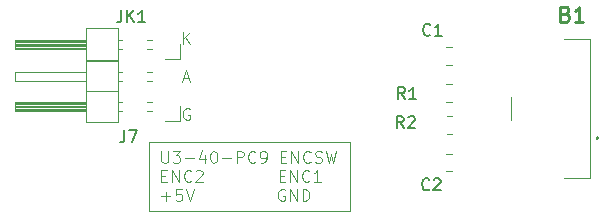
<source format=gbr>
%TF.GenerationSoftware,KiCad,Pcbnew,9.0.5*%
%TF.CreationDate,2025-10-23T12:45:05+01:00*%
%TF.ProjectId,Rotary Encoder,526f7461-7279-4204-956e-636f6465722e,rev?*%
%TF.SameCoordinates,Original*%
%TF.FileFunction,Legend,Top*%
%TF.FilePolarity,Positive*%
%FSLAX46Y46*%
G04 Gerber Fmt 4.6, Leading zero omitted, Abs format (unit mm)*
G04 Created by KiCad (PCBNEW 9.0.5) date 2025-10-23 12:45:05*
%MOMM*%
%LPD*%
G01*
G04 APERTURE LIST*
%ADD10C,0.100000*%
%ADD11C,0.150000*%
%ADD12C,0.254000*%
%ADD13C,0.120000*%
%ADD14C,0.200000*%
G04 APERTURE END LIST*
D10*
X117307484Y-112157243D02*
X117307484Y-111157243D01*
X117878912Y-112157243D02*
X117450341Y-111585814D01*
X117878912Y-111157243D02*
X117307484Y-111728671D01*
X117259865Y-115091416D02*
X117736055Y-115091416D01*
X117164627Y-115377131D02*
X117497960Y-114377131D01*
X117497960Y-114377131D02*
X117831293Y-115377131D01*
X117831293Y-117644638D02*
X117736055Y-117597019D01*
X117736055Y-117597019D02*
X117593198Y-117597019D01*
X117593198Y-117597019D02*
X117450341Y-117644638D01*
X117450341Y-117644638D02*
X117355103Y-117739876D01*
X117355103Y-117739876D02*
X117307484Y-117835114D01*
X117307484Y-117835114D02*
X117259865Y-118025590D01*
X117259865Y-118025590D02*
X117259865Y-118168447D01*
X117259865Y-118168447D02*
X117307484Y-118358923D01*
X117307484Y-118358923D02*
X117355103Y-118454161D01*
X117355103Y-118454161D02*
X117450341Y-118549400D01*
X117450341Y-118549400D02*
X117593198Y-118597019D01*
X117593198Y-118597019D02*
X117688436Y-118597019D01*
X117688436Y-118597019D02*
X117831293Y-118549400D01*
X117831293Y-118549400D02*
X117878912Y-118501780D01*
X117878912Y-118501780D02*
X117878912Y-118168447D01*
X117878912Y-118168447D02*
X117688436Y-118168447D01*
X115455484Y-121239219D02*
X115455484Y-122048742D01*
X115455484Y-122048742D02*
X115503103Y-122143980D01*
X115503103Y-122143980D02*
X115550722Y-122191600D01*
X115550722Y-122191600D02*
X115645960Y-122239219D01*
X115645960Y-122239219D02*
X115836436Y-122239219D01*
X115836436Y-122239219D02*
X115931674Y-122191600D01*
X115931674Y-122191600D02*
X115979293Y-122143980D01*
X115979293Y-122143980D02*
X116026912Y-122048742D01*
X116026912Y-122048742D02*
X116026912Y-121239219D01*
X116407865Y-121239219D02*
X117026912Y-121239219D01*
X117026912Y-121239219D02*
X116693579Y-121620171D01*
X116693579Y-121620171D02*
X116836436Y-121620171D01*
X116836436Y-121620171D02*
X116931674Y-121667790D01*
X116931674Y-121667790D02*
X116979293Y-121715409D01*
X116979293Y-121715409D02*
X117026912Y-121810647D01*
X117026912Y-121810647D02*
X117026912Y-122048742D01*
X117026912Y-122048742D02*
X116979293Y-122143980D01*
X116979293Y-122143980D02*
X116931674Y-122191600D01*
X116931674Y-122191600D02*
X116836436Y-122239219D01*
X116836436Y-122239219D02*
X116550722Y-122239219D01*
X116550722Y-122239219D02*
X116455484Y-122191600D01*
X116455484Y-122191600D02*
X116407865Y-122143980D01*
X117455484Y-121858266D02*
X118217389Y-121858266D01*
X119122150Y-121572552D02*
X119122150Y-122239219D01*
X118884055Y-121191600D02*
X118645960Y-121905885D01*
X118645960Y-121905885D02*
X119265007Y-121905885D01*
X119836436Y-121239219D02*
X119931674Y-121239219D01*
X119931674Y-121239219D02*
X120026912Y-121286838D01*
X120026912Y-121286838D02*
X120074531Y-121334457D01*
X120074531Y-121334457D02*
X120122150Y-121429695D01*
X120122150Y-121429695D02*
X120169769Y-121620171D01*
X120169769Y-121620171D02*
X120169769Y-121858266D01*
X120169769Y-121858266D02*
X120122150Y-122048742D01*
X120122150Y-122048742D02*
X120074531Y-122143980D01*
X120074531Y-122143980D02*
X120026912Y-122191600D01*
X120026912Y-122191600D02*
X119931674Y-122239219D01*
X119931674Y-122239219D02*
X119836436Y-122239219D01*
X119836436Y-122239219D02*
X119741198Y-122191600D01*
X119741198Y-122191600D02*
X119693579Y-122143980D01*
X119693579Y-122143980D02*
X119645960Y-122048742D01*
X119645960Y-122048742D02*
X119598341Y-121858266D01*
X119598341Y-121858266D02*
X119598341Y-121620171D01*
X119598341Y-121620171D02*
X119645960Y-121429695D01*
X119645960Y-121429695D02*
X119693579Y-121334457D01*
X119693579Y-121334457D02*
X119741198Y-121286838D01*
X119741198Y-121286838D02*
X119836436Y-121239219D01*
X120598341Y-121858266D02*
X121360246Y-121858266D01*
X121836436Y-122239219D02*
X121836436Y-121239219D01*
X121836436Y-121239219D02*
X122217388Y-121239219D01*
X122217388Y-121239219D02*
X122312626Y-121286838D01*
X122312626Y-121286838D02*
X122360245Y-121334457D01*
X122360245Y-121334457D02*
X122407864Y-121429695D01*
X122407864Y-121429695D02*
X122407864Y-121572552D01*
X122407864Y-121572552D02*
X122360245Y-121667790D01*
X122360245Y-121667790D02*
X122312626Y-121715409D01*
X122312626Y-121715409D02*
X122217388Y-121763028D01*
X122217388Y-121763028D02*
X121836436Y-121763028D01*
X123407864Y-122143980D02*
X123360245Y-122191600D01*
X123360245Y-122191600D02*
X123217388Y-122239219D01*
X123217388Y-122239219D02*
X123122150Y-122239219D01*
X123122150Y-122239219D02*
X122979293Y-122191600D01*
X122979293Y-122191600D02*
X122884055Y-122096361D01*
X122884055Y-122096361D02*
X122836436Y-122001123D01*
X122836436Y-122001123D02*
X122788817Y-121810647D01*
X122788817Y-121810647D02*
X122788817Y-121667790D01*
X122788817Y-121667790D02*
X122836436Y-121477314D01*
X122836436Y-121477314D02*
X122884055Y-121382076D01*
X122884055Y-121382076D02*
X122979293Y-121286838D01*
X122979293Y-121286838D02*
X123122150Y-121239219D01*
X123122150Y-121239219D02*
X123217388Y-121239219D01*
X123217388Y-121239219D02*
X123360245Y-121286838D01*
X123360245Y-121286838D02*
X123407864Y-121334457D01*
X123884055Y-122239219D02*
X124074531Y-122239219D01*
X124074531Y-122239219D02*
X124169769Y-122191600D01*
X124169769Y-122191600D02*
X124217388Y-122143980D01*
X124217388Y-122143980D02*
X124312626Y-122001123D01*
X124312626Y-122001123D02*
X124360245Y-121810647D01*
X124360245Y-121810647D02*
X124360245Y-121429695D01*
X124360245Y-121429695D02*
X124312626Y-121334457D01*
X124312626Y-121334457D02*
X124265007Y-121286838D01*
X124265007Y-121286838D02*
X124169769Y-121239219D01*
X124169769Y-121239219D02*
X123979293Y-121239219D01*
X123979293Y-121239219D02*
X123884055Y-121286838D01*
X123884055Y-121286838D02*
X123836436Y-121334457D01*
X123836436Y-121334457D02*
X123788817Y-121429695D01*
X123788817Y-121429695D02*
X123788817Y-121667790D01*
X123788817Y-121667790D02*
X123836436Y-121763028D01*
X123836436Y-121763028D02*
X123884055Y-121810647D01*
X123884055Y-121810647D02*
X123979293Y-121858266D01*
X123979293Y-121858266D02*
X124169769Y-121858266D01*
X124169769Y-121858266D02*
X124265007Y-121810647D01*
X124265007Y-121810647D02*
X124312626Y-121763028D01*
X124312626Y-121763028D02*
X124360245Y-121667790D01*
X125550722Y-121715409D02*
X125884055Y-121715409D01*
X126026912Y-122239219D02*
X125550722Y-122239219D01*
X125550722Y-122239219D02*
X125550722Y-121239219D01*
X125550722Y-121239219D02*
X126026912Y-121239219D01*
X126455484Y-122239219D02*
X126455484Y-121239219D01*
X126455484Y-121239219D02*
X127026912Y-122239219D01*
X127026912Y-122239219D02*
X127026912Y-121239219D01*
X128074531Y-122143980D02*
X128026912Y-122191600D01*
X128026912Y-122191600D02*
X127884055Y-122239219D01*
X127884055Y-122239219D02*
X127788817Y-122239219D01*
X127788817Y-122239219D02*
X127645960Y-122191600D01*
X127645960Y-122191600D02*
X127550722Y-122096361D01*
X127550722Y-122096361D02*
X127503103Y-122001123D01*
X127503103Y-122001123D02*
X127455484Y-121810647D01*
X127455484Y-121810647D02*
X127455484Y-121667790D01*
X127455484Y-121667790D02*
X127503103Y-121477314D01*
X127503103Y-121477314D02*
X127550722Y-121382076D01*
X127550722Y-121382076D02*
X127645960Y-121286838D01*
X127645960Y-121286838D02*
X127788817Y-121239219D01*
X127788817Y-121239219D02*
X127884055Y-121239219D01*
X127884055Y-121239219D02*
X128026912Y-121286838D01*
X128026912Y-121286838D02*
X128074531Y-121334457D01*
X128455484Y-122191600D02*
X128598341Y-122239219D01*
X128598341Y-122239219D02*
X128836436Y-122239219D01*
X128836436Y-122239219D02*
X128931674Y-122191600D01*
X128931674Y-122191600D02*
X128979293Y-122143980D01*
X128979293Y-122143980D02*
X129026912Y-122048742D01*
X129026912Y-122048742D02*
X129026912Y-121953504D01*
X129026912Y-121953504D02*
X128979293Y-121858266D01*
X128979293Y-121858266D02*
X128931674Y-121810647D01*
X128931674Y-121810647D02*
X128836436Y-121763028D01*
X128836436Y-121763028D02*
X128645960Y-121715409D01*
X128645960Y-121715409D02*
X128550722Y-121667790D01*
X128550722Y-121667790D02*
X128503103Y-121620171D01*
X128503103Y-121620171D02*
X128455484Y-121524933D01*
X128455484Y-121524933D02*
X128455484Y-121429695D01*
X128455484Y-121429695D02*
X128503103Y-121334457D01*
X128503103Y-121334457D02*
X128550722Y-121286838D01*
X128550722Y-121286838D02*
X128645960Y-121239219D01*
X128645960Y-121239219D02*
X128884055Y-121239219D01*
X128884055Y-121239219D02*
X129026912Y-121286838D01*
X129360246Y-121239219D02*
X129598341Y-122239219D01*
X129598341Y-122239219D02*
X129788817Y-121524933D01*
X129788817Y-121524933D02*
X129979293Y-122239219D01*
X129979293Y-122239219D02*
X130217389Y-121239219D01*
X115455484Y-123325353D02*
X115788817Y-123325353D01*
X115931674Y-123849163D02*
X115455484Y-123849163D01*
X115455484Y-123849163D02*
X115455484Y-122849163D01*
X115455484Y-122849163D02*
X115931674Y-122849163D01*
X116360246Y-123849163D02*
X116360246Y-122849163D01*
X116360246Y-122849163D02*
X116931674Y-123849163D01*
X116931674Y-123849163D02*
X116931674Y-122849163D01*
X117979293Y-123753924D02*
X117931674Y-123801544D01*
X117931674Y-123801544D02*
X117788817Y-123849163D01*
X117788817Y-123849163D02*
X117693579Y-123849163D01*
X117693579Y-123849163D02*
X117550722Y-123801544D01*
X117550722Y-123801544D02*
X117455484Y-123706305D01*
X117455484Y-123706305D02*
X117407865Y-123611067D01*
X117407865Y-123611067D02*
X117360246Y-123420591D01*
X117360246Y-123420591D02*
X117360246Y-123277734D01*
X117360246Y-123277734D02*
X117407865Y-123087258D01*
X117407865Y-123087258D02*
X117455484Y-122992020D01*
X117455484Y-122992020D02*
X117550722Y-122896782D01*
X117550722Y-122896782D02*
X117693579Y-122849163D01*
X117693579Y-122849163D02*
X117788817Y-122849163D01*
X117788817Y-122849163D02*
X117931674Y-122896782D01*
X117931674Y-122896782D02*
X117979293Y-122944401D01*
X118360246Y-122944401D02*
X118407865Y-122896782D01*
X118407865Y-122896782D02*
X118503103Y-122849163D01*
X118503103Y-122849163D02*
X118741198Y-122849163D01*
X118741198Y-122849163D02*
X118836436Y-122896782D01*
X118836436Y-122896782D02*
X118884055Y-122944401D01*
X118884055Y-122944401D02*
X118931674Y-123039639D01*
X118931674Y-123039639D02*
X118931674Y-123134877D01*
X118931674Y-123134877D02*
X118884055Y-123277734D01*
X118884055Y-123277734D02*
X118312627Y-123849163D01*
X118312627Y-123849163D02*
X118931674Y-123849163D01*
X125455486Y-123325353D02*
X125788819Y-123325353D01*
X125931676Y-123849163D02*
X125455486Y-123849163D01*
X125455486Y-123849163D02*
X125455486Y-122849163D01*
X125455486Y-122849163D02*
X125931676Y-122849163D01*
X126360248Y-123849163D02*
X126360248Y-122849163D01*
X126360248Y-122849163D02*
X126931676Y-123849163D01*
X126931676Y-123849163D02*
X126931676Y-122849163D01*
X127979295Y-123753924D02*
X127931676Y-123801544D01*
X127931676Y-123801544D02*
X127788819Y-123849163D01*
X127788819Y-123849163D02*
X127693581Y-123849163D01*
X127693581Y-123849163D02*
X127550724Y-123801544D01*
X127550724Y-123801544D02*
X127455486Y-123706305D01*
X127455486Y-123706305D02*
X127407867Y-123611067D01*
X127407867Y-123611067D02*
X127360248Y-123420591D01*
X127360248Y-123420591D02*
X127360248Y-123277734D01*
X127360248Y-123277734D02*
X127407867Y-123087258D01*
X127407867Y-123087258D02*
X127455486Y-122992020D01*
X127455486Y-122992020D02*
X127550724Y-122896782D01*
X127550724Y-122896782D02*
X127693581Y-122849163D01*
X127693581Y-122849163D02*
X127788819Y-122849163D01*
X127788819Y-122849163D02*
X127931676Y-122896782D01*
X127931676Y-122896782D02*
X127979295Y-122944401D01*
X128931676Y-123849163D02*
X128360248Y-123849163D01*
X128645962Y-123849163D02*
X128645962Y-122849163D01*
X128645962Y-122849163D02*
X128550724Y-122992020D01*
X128550724Y-122992020D02*
X128455486Y-123087258D01*
X128455486Y-123087258D02*
X128360248Y-123134877D01*
X115455484Y-125078154D02*
X116217389Y-125078154D01*
X115836436Y-125459107D02*
X115836436Y-124697202D01*
X117169769Y-124459107D02*
X116693579Y-124459107D01*
X116693579Y-124459107D02*
X116645960Y-124935297D01*
X116645960Y-124935297D02*
X116693579Y-124887678D01*
X116693579Y-124887678D02*
X116788817Y-124840059D01*
X116788817Y-124840059D02*
X117026912Y-124840059D01*
X117026912Y-124840059D02*
X117122150Y-124887678D01*
X117122150Y-124887678D02*
X117169769Y-124935297D01*
X117169769Y-124935297D02*
X117217388Y-125030535D01*
X117217388Y-125030535D02*
X117217388Y-125268630D01*
X117217388Y-125268630D02*
X117169769Y-125363868D01*
X117169769Y-125363868D02*
X117122150Y-125411488D01*
X117122150Y-125411488D02*
X117026912Y-125459107D01*
X117026912Y-125459107D02*
X116788817Y-125459107D01*
X116788817Y-125459107D02*
X116693579Y-125411488D01*
X116693579Y-125411488D02*
X116645960Y-125363868D01*
X117503103Y-124459107D02*
X117836436Y-125459107D01*
X117836436Y-125459107D02*
X118169769Y-124459107D01*
X125884057Y-124506726D02*
X125788819Y-124459107D01*
X125788819Y-124459107D02*
X125645962Y-124459107D01*
X125645962Y-124459107D02*
X125503105Y-124506726D01*
X125503105Y-124506726D02*
X125407867Y-124601964D01*
X125407867Y-124601964D02*
X125360248Y-124697202D01*
X125360248Y-124697202D02*
X125312629Y-124887678D01*
X125312629Y-124887678D02*
X125312629Y-125030535D01*
X125312629Y-125030535D02*
X125360248Y-125221011D01*
X125360248Y-125221011D02*
X125407867Y-125316249D01*
X125407867Y-125316249D02*
X125503105Y-125411488D01*
X125503105Y-125411488D02*
X125645962Y-125459107D01*
X125645962Y-125459107D02*
X125741200Y-125459107D01*
X125741200Y-125459107D02*
X125884057Y-125411488D01*
X125884057Y-125411488D02*
X125931676Y-125363868D01*
X125931676Y-125363868D02*
X125931676Y-125030535D01*
X125931676Y-125030535D02*
X125741200Y-125030535D01*
X126360248Y-125459107D02*
X126360248Y-124459107D01*
X126360248Y-124459107D02*
X126931676Y-125459107D01*
X126931676Y-125459107D02*
X126931676Y-124459107D01*
X127407867Y-125459107D02*
X127407867Y-124459107D01*
X127407867Y-124459107D02*
X127645962Y-124459107D01*
X127645962Y-124459107D02*
X127788819Y-124506726D01*
X127788819Y-124506726D02*
X127884057Y-124601964D01*
X127884057Y-124601964D02*
X127931676Y-124697202D01*
X127931676Y-124697202D02*
X127979295Y-124887678D01*
X127979295Y-124887678D02*
X127979295Y-125030535D01*
X127979295Y-125030535D02*
X127931676Y-125221011D01*
X127931676Y-125221011D02*
X127884057Y-125316249D01*
X127884057Y-125316249D02*
X127788819Y-125411488D01*
X127788819Y-125411488D02*
X127645962Y-125459107D01*
X127645962Y-125459107D02*
X127407867Y-125459107D01*
X114401600Y-120446800D02*
X131419600Y-120446800D01*
X131419600Y-126339600D01*
X114401600Y-126339600D01*
X114401600Y-120446800D01*
D11*
X112069666Y-109335219D02*
X112069666Y-110049504D01*
X112069666Y-110049504D02*
X112022047Y-110192361D01*
X112022047Y-110192361D02*
X111926809Y-110287600D01*
X111926809Y-110287600D02*
X111783952Y-110335219D01*
X111783952Y-110335219D02*
X111688714Y-110335219D01*
X112545857Y-110335219D02*
X112545857Y-109335219D01*
X113117285Y-110335219D02*
X112688714Y-109763790D01*
X113117285Y-109335219D02*
X112545857Y-109906647D01*
X114069666Y-110335219D02*
X113498238Y-110335219D01*
X113783952Y-110335219D02*
X113783952Y-109335219D01*
X113783952Y-109335219D02*
X113688714Y-109478076D01*
X113688714Y-109478076D02*
X113593476Y-109573314D01*
X113593476Y-109573314D02*
X113498238Y-109620933D01*
X112315666Y-119495219D02*
X112315666Y-120209504D01*
X112315666Y-120209504D02*
X112268047Y-120352361D01*
X112268047Y-120352361D02*
X112172809Y-120447600D01*
X112172809Y-120447600D02*
X112029952Y-120495219D01*
X112029952Y-120495219D02*
X111934714Y-120495219D01*
X112696619Y-119495219D02*
X113363285Y-119495219D01*
X113363285Y-119495219D02*
X112934714Y-120495219D01*
X136053533Y-116837619D02*
X135720200Y-116361428D01*
X135482105Y-116837619D02*
X135482105Y-115837619D01*
X135482105Y-115837619D02*
X135863057Y-115837619D01*
X135863057Y-115837619D02*
X135958295Y-115885238D01*
X135958295Y-115885238D02*
X136005914Y-115932857D01*
X136005914Y-115932857D02*
X136053533Y-116028095D01*
X136053533Y-116028095D02*
X136053533Y-116170952D01*
X136053533Y-116170952D02*
X136005914Y-116266190D01*
X136005914Y-116266190D02*
X135958295Y-116313809D01*
X135958295Y-116313809D02*
X135863057Y-116361428D01*
X135863057Y-116361428D02*
X135482105Y-116361428D01*
X137005914Y-116837619D02*
X136434486Y-116837619D01*
X136720200Y-116837619D02*
X136720200Y-115837619D01*
X136720200Y-115837619D02*
X136624962Y-115980476D01*
X136624962Y-115980476D02*
X136529724Y-116075714D01*
X136529724Y-116075714D02*
X136434486Y-116123333D01*
X135951933Y-119301419D02*
X135618600Y-118825228D01*
X135380505Y-119301419D02*
X135380505Y-118301419D01*
X135380505Y-118301419D02*
X135761457Y-118301419D01*
X135761457Y-118301419D02*
X135856695Y-118349038D01*
X135856695Y-118349038D02*
X135904314Y-118396657D01*
X135904314Y-118396657D02*
X135951933Y-118491895D01*
X135951933Y-118491895D02*
X135951933Y-118634752D01*
X135951933Y-118634752D02*
X135904314Y-118729990D01*
X135904314Y-118729990D02*
X135856695Y-118777609D01*
X135856695Y-118777609D02*
X135761457Y-118825228D01*
X135761457Y-118825228D02*
X135380505Y-118825228D01*
X136332886Y-118396657D02*
X136380505Y-118349038D01*
X136380505Y-118349038D02*
X136475743Y-118301419D01*
X136475743Y-118301419D02*
X136713838Y-118301419D01*
X136713838Y-118301419D02*
X136809076Y-118349038D01*
X136809076Y-118349038D02*
X136856695Y-118396657D01*
X136856695Y-118396657D02*
X136904314Y-118491895D01*
X136904314Y-118491895D02*
X136904314Y-118587133D01*
X136904314Y-118587133D02*
X136856695Y-118729990D01*
X136856695Y-118729990D02*
X136285267Y-119301419D01*
X136285267Y-119301419D02*
X136904314Y-119301419D01*
X138136333Y-124463980D02*
X138088714Y-124511600D01*
X138088714Y-124511600D02*
X137945857Y-124559219D01*
X137945857Y-124559219D02*
X137850619Y-124559219D01*
X137850619Y-124559219D02*
X137707762Y-124511600D01*
X137707762Y-124511600D02*
X137612524Y-124416361D01*
X137612524Y-124416361D02*
X137564905Y-124321123D01*
X137564905Y-124321123D02*
X137517286Y-124130647D01*
X137517286Y-124130647D02*
X137517286Y-123987790D01*
X137517286Y-123987790D02*
X137564905Y-123797314D01*
X137564905Y-123797314D02*
X137612524Y-123702076D01*
X137612524Y-123702076D02*
X137707762Y-123606838D01*
X137707762Y-123606838D02*
X137850619Y-123559219D01*
X137850619Y-123559219D02*
X137945857Y-123559219D01*
X137945857Y-123559219D02*
X138088714Y-123606838D01*
X138088714Y-123606838D02*
X138136333Y-123654457D01*
X138517286Y-123654457D02*
X138564905Y-123606838D01*
X138564905Y-123606838D02*
X138660143Y-123559219D01*
X138660143Y-123559219D02*
X138898238Y-123559219D01*
X138898238Y-123559219D02*
X138993476Y-123606838D01*
X138993476Y-123606838D02*
X139041095Y-123654457D01*
X139041095Y-123654457D02*
X139088714Y-123749695D01*
X139088714Y-123749695D02*
X139088714Y-123844933D01*
X139088714Y-123844933D02*
X139041095Y-123987790D01*
X139041095Y-123987790D02*
X138469667Y-124559219D01*
X138469667Y-124559219D02*
X139088714Y-124559219D01*
D12*
X149650752Y-109611680D02*
X149832180Y-109672156D01*
X149832180Y-109672156D02*
X149892657Y-109732632D01*
X149892657Y-109732632D02*
X149953133Y-109853584D01*
X149953133Y-109853584D02*
X149953133Y-110035013D01*
X149953133Y-110035013D02*
X149892657Y-110155965D01*
X149892657Y-110155965D02*
X149832180Y-110216442D01*
X149832180Y-110216442D02*
X149711228Y-110276918D01*
X149711228Y-110276918D02*
X149227418Y-110276918D01*
X149227418Y-110276918D02*
X149227418Y-109006918D01*
X149227418Y-109006918D02*
X149650752Y-109006918D01*
X149650752Y-109006918D02*
X149771704Y-109067394D01*
X149771704Y-109067394D02*
X149832180Y-109127870D01*
X149832180Y-109127870D02*
X149892657Y-109248822D01*
X149892657Y-109248822D02*
X149892657Y-109369775D01*
X149892657Y-109369775D02*
X149832180Y-109490727D01*
X149832180Y-109490727D02*
X149771704Y-109551203D01*
X149771704Y-109551203D02*
X149650752Y-109611680D01*
X149650752Y-109611680D02*
X149227418Y-109611680D01*
X151162657Y-110276918D02*
X150436942Y-110276918D01*
X150799799Y-110276918D02*
X150799799Y-109006918D01*
X150799799Y-109006918D02*
X150678847Y-109188346D01*
X150678847Y-109188346D02*
X150557895Y-109309299D01*
X150557895Y-109309299D02*
X150436942Y-109369775D01*
D11*
X138212533Y-111382980D02*
X138164914Y-111430600D01*
X138164914Y-111430600D02*
X138022057Y-111478219D01*
X138022057Y-111478219D02*
X137926819Y-111478219D01*
X137926819Y-111478219D02*
X137783962Y-111430600D01*
X137783962Y-111430600D02*
X137688724Y-111335361D01*
X137688724Y-111335361D02*
X137641105Y-111240123D01*
X137641105Y-111240123D02*
X137593486Y-111049647D01*
X137593486Y-111049647D02*
X137593486Y-110906790D01*
X137593486Y-110906790D02*
X137641105Y-110716314D01*
X137641105Y-110716314D02*
X137688724Y-110621076D01*
X137688724Y-110621076D02*
X137783962Y-110525838D01*
X137783962Y-110525838D02*
X137926819Y-110478219D01*
X137926819Y-110478219D02*
X138022057Y-110478219D01*
X138022057Y-110478219D02*
X138164914Y-110525838D01*
X138164914Y-110525838D02*
X138212533Y-110573457D01*
X139164914Y-111478219D02*
X138593486Y-111478219D01*
X138879200Y-111478219D02*
X138879200Y-110478219D01*
X138879200Y-110478219D02*
X138783962Y-110621076D01*
X138783962Y-110621076D02*
X138688724Y-110716314D01*
X138688724Y-110716314D02*
X138593486Y-110763933D01*
D13*
%TO.C,JK1*%
X103082400Y-111811800D02*
X109082400Y-111811800D01*
X103082400Y-112571800D02*
X103082400Y-111811800D01*
X109082400Y-110861800D02*
X109082400Y-113521800D01*
X109082400Y-111911800D02*
X103082400Y-111911800D01*
X109082400Y-112031800D02*
X103082400Y-112031800D01*
X109082400Y-112151800D02*
X103082400Y-112151800D01*
X109082400Y-112271800D02*
X103082400Y-112271800D01*
X109082400Y-112391800D02*
X103082400Y-112391800D01*
X109082400Y-112511800D02*
X103082400Y-112511800D01*
X109082400Y-112571800D02*
X103082400Y-112571800D01*
X109082400Y-113521800D02*
X111742400Y-113521800D01*
X111742400Y-110861800D02*
X109082400Y-110861800D01*
X111742400Y-113521800D02*
X111742400Y-110861800D01*
X112139471Y-111811800D02*
X111742400Y-111811800D01*
X112139471Y-112571800D02*
X111742400Y-112571800D01*
X114612400Y-111811800D02*
X114225329Y-111811800D01*
X114612400Y-112571800D02*
X114225329Y-112571800D01*
X116992400Y-112191800D02*
X116992400Y-113461800D01*
X116992400Y-113461800D02*
X115722400Y-113461800D01*
%TO.C,J7*%
X103093600Y-114534600D02*
X109093600Y-114534600D01*
X103093600Y-115294600D02*
X103093600Y-114534600D01*
X103093600Y-117074600D02*
X109093600Y-117074600D01*
X103093600Y-117834600D02*
X103093600Y-117074600D01*
X109093600Y-113584600D02*
X109093600Y-118784600D01*
X109093600Y-115294600D02*
X103093600Y-115294600D01*
X109093600Y-117174600D02*
X103093600Y-117174600D01*
X109093600Y-117294600D02*
X103093600Y-117294600D01*
X109093600Y-117414600D02*
X103093600Y-117414600D01*
X109093600Y-117534600D02*
X103093600Y-117534600D01*
X109093600Y-117654600D02*
X103093600Y-117654600D01*
X109093600Y-117774600D02*
X103093600Y-117774600D01*
X109093600Y-117834600D02*
X103093600Y-117834600D01*
X109093600Y-118784600D02*
X111753600Y-118784600D01*
X111753600Y-113584600D02*
X109093600Y-113584600D01*
X111753600Y-116184600D02*
X109093600Y-116184600D01*
X111753600Y-118784600D02*
X111753600Y-113584600D01*
X112150671Y-114534600D02*
X111753600Y-114534600D01*
X112150671Y-115294600D02*
X111753600Y-115294600D01*
X112150671Y-117074600D02*
X111753600Y-117074600D01*
X112150671Y-117834600D02*
X111753600Y-117834600D01*
X114623600Y-117074600D02*
X114236529Y-117074600D01*
X114623600Y-117834600D02*
X114236529Y-117834600D01*
X114690671Y-114534600D02*
X114236529Y-114534600D01*
X114690671Y-115294600D02*
X114236529Y-115294600D01*
X117003600Y-117454600D02*
X117003600Y-118724600D01*
X117003600Y-118724600D02*
X115733600Y-118724600D01*
%TO.C,R1*%
X139574536Y-115597000D02*
X140028664Y-115597000D01*
X139574536Y-117067000D02*
X140028664Y-117067000D01*
%TO.C,R2*%
X139625336Y-118289400D02*
X140079464Y-118289400D01*
X139625336Y-119759400D02*
X140079464Y-119759400D01*
%TO.C,C2*%
X139565748Y-121489800D02*
X140088252Y-121489800D01*
X139565748Y-122959800D02*
X140088252Y-122959800D01*
D10*
%TO.C,B1*%
X145049600Y-118642000D02*
X145049600Y-116642000D01*
X149549600Y-111792000D02*
X151749600Y-111792000D01*
X151749600Y-111792000D02*
X151749600Y-123492000D01*
X151749600Y-123492000D02*
X149549600Y-123492000D01*
D14*
X152349600Y-120042000D02*
X152349600Y-120042000D01*
X152349600Y-120242000D02*
X152349600Y-120242000D01*
X152349600Y-120042000D02*
G75*
G02*
X152349600Y-120242000I0J-100000D01*
G01*
X152349600Y-120242000D02*
G75*
G02*
X152349600Y-120042000I0J100000D01*
G01*
D13*
%TO.C,C1*%
X140037452Y-112447400D02*
X139514948Y-112447400D01*
X140037452Y-113917400D02*
X139514948Y-113917400D01*
%TD*%
M02*

</source>
